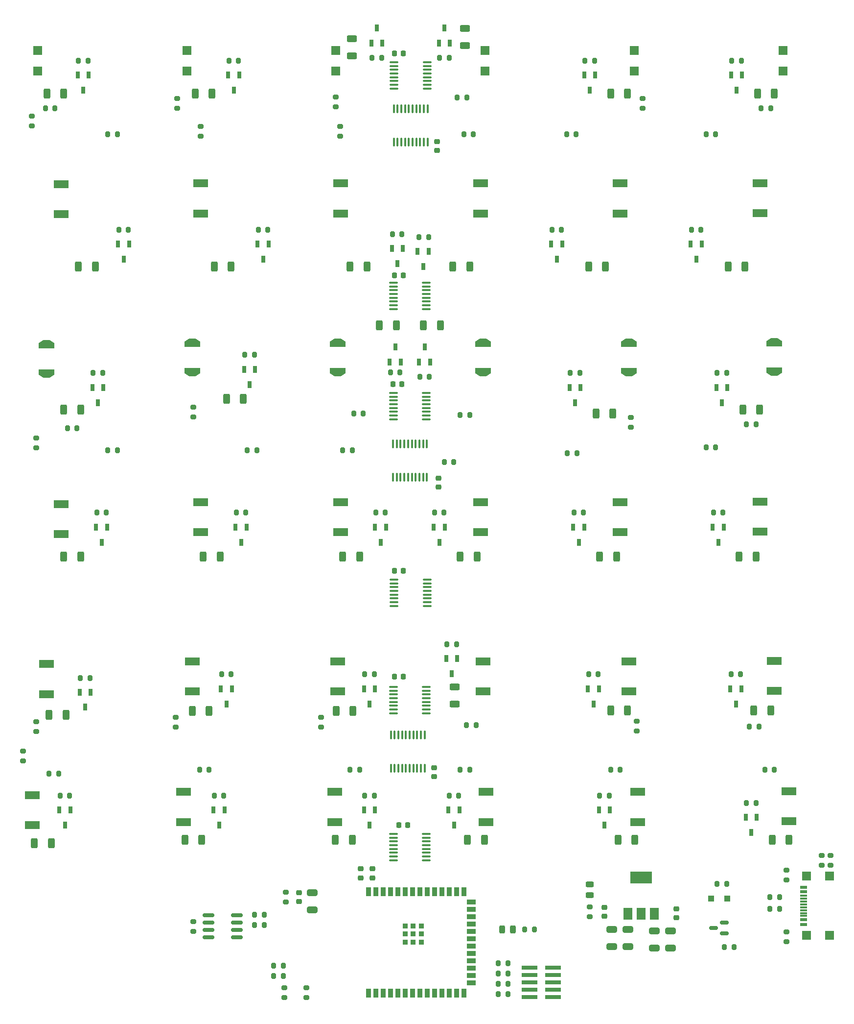
<source format=gbr>
%TF.GenerationSoftware,KiCad,Pcbnew,7.0.7*%
%TF.CreationDate,2024-03-09T11:29:06+01:00*%
%TF.ProjectId,button-board,62757474-6f6e-42d6-926f-6172642e6b69,rev?*%
%TF.SameCoordinates,Original*%
%TF.FileFunction,Paste,Bot*%
%TF.FilePolarity,Positive*%
%FSLAX46Y46*%
G04 Gerber Fmt 4.6, Leading zero omitted, Abs format (unit mm)*
G04 Created by KiCad (PCBNEW 7.0.7) date 2024-03-09 11:29:06*
%MOMM*%
%LPD*%
G01*
G04 APERTURE LIST*
G04 Aperture macros list*
%AMRoundRect*
0 Rectangle with rounded corners*
0 $1 Rounding radius*
0 $2 $3 $4 $5 $6 $7 $8 $9 X,Y pos of 4 corners*
0 Add a 4 corners polygon primitive as box body*
4,1,4,$2,$3,$4,$5,$6,$7,$8,$9,$2,$3,0*
0 Add four circle primitives for the rounded corners*
1,1,$1+$1,$2,$3*
1,1,$1+$1,$4,$5*
1,1,$1+$1,$6,$7*
1,1,$1+$1,$8,$9*
0 Add four rect primitives between the rounded corners*
20,1,$1+$1,$2,$3,$4,$5,0*
20,1,$1+$1,$4,$5,$6,$7,0*
20,1,$1+$1,$6,$7,$8,$9,0*
20,1,$1+$1,$8,$9,$2,$3,0*%
%AMFreePoly0*
4,1,43,0.523063,1.365106,0.538902,1.365106,0.551715,1.355796,0.566779,1.350902,0.576088,1.338088,0.588902,1.328779,0.593796,1.313715,0.603106,1.300902,0.603106,1.285062,0.608000,1.270000,0.608000,-1.270000,0.603106,-1.285062,0.603106,-1.300902,0.593796,-1.313715,0.588902,-1.328779,0.576088,-1.338088,0.566779,-1.350902,0.551715,-1.355796,0.538902,-1.365106,0.523063,-1.365106,
0.508000,-1.370000,-0.254000,-1.370000,-0.270926,-1.364500,-0.288710,-1.363783,-0.299590,-1.355187,-0.312779,-1.350902,-0.323241,-1.336501,-0.337205,-1.325470,-0.845205,-0.563470,-0.853042,-0.535569,-0.862000,-0.508000,-0.862000,0.508000,-0.853042,0.535569,-0.845205,0.563470,-0.337205,1.325470,-0.323241,1.336501,-0.312779,1.350902,-0.299590,1.355187,-0.288710,1.363783,-0.270926,1.364500,
-0.254000,1.370000,0.508000,1.370000,0.523063,1.365106,0.523063,1.365106,$1*%
G04 Aperture macros list end*
%ADD10FreePoly0,90.000000*%
%ADD11FreePoly0,270.000000*%
%ADD12R,1.150000X0.600000*%
%ADD13R,1.150000X0.300000*%
%ADD14R,1.500000X1.500000*%
%ADD15R,0.900000X0.900000*%
%ADD16R,0.900000X1.500000*%
%ADD17R,1.500000X0.900000*%
%ADD18RoundRect,0.100000X-0.100000X0.637500X-0.100000X-0.637500X0.100000X-0.637500X0.100000X0.637500X0*%
%ADD19R,2.790000X0.740000*%
%ADD20R,1.600000X1.500000*%
%ADD21RoundRect,0.229659X1.070341X-0.470341X1.070341X0.470341X-1.070341X0.470341X-1.070341X-0.470341X0*%
%ADD22RoundRect,0.225000X0.250000X-0.225000X0.250000X0.225000X-0.250000X0.225000X-0.250000X-0.225000X0*%
%ADD23RoundRect,0.225000X-0.250000X0.225000X-0.250000X-0.225000X0.250000X-0.225000X0.250000X0.225000X0*%
%ADD24RoundRect,0.225000X-0.225000X-0.250000X0.225000X-0.250000X0.225000X0.250000X-0.225000X0.250000X0*%
%ADD25RoundRect,0.200000X-0.275000X0.200000X-0.275000X-0.200000X0.275000X-0.200000X0.275000X0.200000X0*%
%ADD26R,0.650000X1.220000*%
%ADD27RoundRect,0.200000X0.275000X-0.200000X0.275000X0.200000X-0.275000X0.200000X-0.275000X-0.200000X0*%
%ADD28RoundRect,0.200000X-0.200000X-0.275000X0.200000X-0.275000X0.200000X0.275000X-0.200000X0.275000X0*%
%ADD29RoundRect,0.200000X0.200000X0.275000X-0.200000X0.275000X-0.200000X-0.275000X0.200000X-0.275000X0*%
%ADD30RoundRect,0.100000X0.637500X0.100000X-0.637500X0.100000X-0.637500X-0.100000X0.637500X-0.100000X0*%
%ADD31RoundRect,0.250000X0.312500X0.625000X-0.312500X0.625000X-0.312500X-0.625000X0.312500X-0.625000X0*%
%ADD32RoundRect,0.250000X0.625000X-0.312500X0.625000X0.312500X-0.625000X0.312500X-0.625000X-0.312500X0*%
%ADD33RoundRect,0.250000X-0.312500X-0.625000X0.312500X-0.625000X0.312500X0.625000X-0.312500X0.625000X0*%
%ADD34RoundRect,0.250000X-0.650000X0.325000X-0.650000X-0.325000X0.650000X-0.325000X0.650000X0.325000X0*%
%ADD35R,1.500000X2.000000*%
%ADD36R,3.800000X2.000000*%
%ADD37RoundRect,0.150000X0.825000X0.150000X-0.825000X0.150000X-0.825000X-0.150000X0.825000X-0.150000X0*%
%ADD38RoundRect,0.150000X0.587500X0.150000X-0.587500X0.150000X-0.587500X-0.150000X0.587500X-0.150000X0*%
%ADD39RoundRect,0.243750X-0.243750X-0.456250X0.243750X-0.456250X0.243750X0.456250X-0.243750X0.456250X0*%
%ADD40RoundRect,0.243750X-0.456250X0.243750X-0.456250X-0.243750X0.456250X-0.243750X0.456250X0.243750X0*%
%ADD41RoundRect,0.250000X-0.300000X-0.300000X0.300000X-0.300000X0.300000X0.300000X-0.300000X0.300000X0*%
G04 APERTURE END LIST*
D10*
%TO.C,D22*%
X7861802Y105824643D03*
D11*
X7861802Y110650643D03*
%TD*%
D10*
%TO.C,D27*%
X133796400Y106120000D03*
D11*
X133796400Y110946000D03*
%TD*%
D10*
%TO.C,D26*%
X108609478Y106058883D03*
D11*
X108609478Y110884883D03*
%TD*%
D10*
%TO.C,D25*%
X83422559Y106058883D03*
D11*
X83422559Y110884883D03*
%TD*%
D10*
%TO.C,D24*%
X58235640Y106058883D03*
D11*
X58235640Y110884883D03*
%TD*%
D10*
%TO.C,D23*%
X33048721Y106058883D03*
D11*
X33048721Y110884883D03*
%TD*%
D12*
%TO.C,J2*%
X138814000Y16916000D03*
X138814000Y16116000D03*
D13*
X138814000Y14966000D03*
X138814000Y13966000D03*
X138814000Y13466000D03*
X138814000Y12466000D03*
D12*
X138814000Y11316000D03*
X138814000Y10516000D03*
X138814000Y10516000D03*
X138814000Y11316000D03*
D13*
X138814000Y11966000D03*
X138814000Y12966000D03*
X138814000Y14466000D03*
X138814000Y15466000D03*
D12*
X138814000Y16116000D03*
X138814000Y16916000D03*
D14*
X139389000Y18836000D03*
X143319000Y18836000D03*
X139389000Y8596000D03*
X143319000Y8596000D03*
%TD*%
D15*
%TO.C,U2*%
X72698000Y7466000D03*
X71298000Y7466000D03*
X69898000Y7466000D03*
X72698000Y8866000D03*
X71298000Y8866000D03*
X69898000Y8866000D03*
X69898000Y8866000D03*
X72698000Y10266000D03*
X72698000Y10266000D03*
X71298000Y10266000D03*
X69898000Y10266000D03*
D16*
X63578000Y-1384000D03*
X64848000Y-1384000D03*
X66118000Y-1384000D03*
X67388000Y-1384000D03*
X68658000Y-1384000D03*
X69928000Y-1384000D03*
X71198000Y-1384000D03*
X72468000Y-1384000D03*
X73738000Y-1384000D03*
X75008000Y-1384000D03*
X76278000Y-1384000D03*
X77548000Y-1384000D03*
X78818000Y-1384000D03*
X80088000Y-1384000D03*
D17*
X81338000Y381000D03*
X81338000Y1651000D03*
X81338000Y2921000D03*
X81338000Y4191000D03*
X81338000Y5461000D03*
X81338000Y6731000D03*
X81338000Y8001000D03*
X81338000Y9271000D03*
X81338000Y10541000D03*
X81338000Y11811000D03*
X81338000Y13081000D03*
X81338000Y14351000D03*
D16*
X80088000Y16116000D03*
X78818000Y16116000D03*
X77548000Y16116000D03*
X76278000Y16116000D03*
X75008000Y16116000D03*
X73738000Y16116000D03*
X72468000Y16116000D03*
X71198000Y16116000D03*
X69928000Y16116000D03*
X68658000Y16116000D03*
X67388000Y16116000D03*
X66118000Y16116000D03*
X64848000Y16116000D03*
X63578000Y16116000D03*
%TD*%
D18*
%TO.C,U10*%
X67433000Y43248500D03*
X68083000Y43248500D03*
X68733000Y43248500D03*
X69383000Y43248500D03*
X70033000Y43248500D03*
X70683000Y43248500D03*
X71333000Y43248500D03*
X71983000Y43248500D03*
X72633000Y43248500D03*
X73283000Y43248500D03*
X73283000Y37523500D03*
X72633000Y37523500D03*
X71983000Y37523500D03*
X71333000Y37523500D03*
X70683000Y37523500D03*
X70033000Y37523500D03*
X69383000Y37523500D03*
X68733000Y37523500D03*
X68083000Y37523500D03*
X67433000Y37523500D03*
%TD*%
D19*
%TO.C,J3*%
X91437000Y-2032000D03*
X95507000Y-2032000D03*
X91437000Y-762000D03*
X95507000Y-762000D03*
X91437000Y508000D03*
X95507000Y508000D03*
X91437000Y1778000D03*
X95507000Y1778000D03*
X91437000Y3048000D03*
X95507000Y3048000D03*
%TD*%
D20*
%TO.C,D39*%
X135296400Y157966000D03*
X135296400Y161566000D03*
%TD*%
%TO.C,D38*%
X109509478Y157966000D03*
X109509478Y161566000D03*
%TD*%
%TO.C,D37*%
X83722559Y157966000D03*
X83722559Y161566000D03*
%TD*%
%TO.C,D36*%
X57935640Y157966000D03*
X57935640Y161566000D03*
%TD*%
%TO.C,D35*%
X32148721Y157966000D03*
X32148721Y161566000D03*
%TD*%
%TO.C,D34*%
X6361802Y157966000D03*
X6361802Y161566000D03*
%TD*%
D21*
%TO.C,D15*%
X133796400Y50850245D03*
X133796400Y56050245D03*
%TD*%
%TO.C,D14*%
X108609478Y50749765D03*
X108609478Y55949765D03*
%TD*%
%TO.C,D13*%
X83422559Y50749765D03*
X83422559Y55949765D03*
%TD*%
%TO.C,D12*%
X58235640Y50749765D03*
X58235640Y55949765D03*
%TD*%
%TO.C,D11*%
X33048721Y50749765D03*
X33048721Y55949765D03*
%TD*%
%TO.C,D10*%
X7874000Y50281285D03*
X7874000Y55481285D03*
%TD*%
%TO.C,D33*%
X131296402Y133384562D03*
X131296402Y138584562D03*
%TD*%
%TO.C,D32*%
X107109480Y133359442D03*
X107109480Y138559442D03*
%TD*%
%TO.C,D31*%
X82922560Y133359442D03*
X82922560Y138559442D03*
%TD*%
%TO.C,D30*%
X58735640Y133359442D03*
X58735640Y138559442D03*
%TD*%
%TO.C,D29*%
X34548720Y133359442D03*
X34548720Y138559442D03*
%TD*%
%TO.C,D28*%
X10361800Y133242322D03*
X10361800Y138442322D03*
%TD*%
%TO.C,D21*%
X131296402Y78361684D03*
X131296402Y83561684D03*
%TD*%
%TO.C,D20*%
X107109480Y78286324D03*
X107109480Y83486324D03*
%TD*%
%TO.C,D19*%
X82922560Y78286324D03*
X82922560Y83486324D03*
%TD*%
%TO.C,D18*%
X58735640Y78286324D03*
X58735640Y83486324D03*
%TD*%
%TO.C,D17*%
X34548720Y78286324D03*
X34548720Y83486324D03*
%TD*%
%TO.C,D16*%
X10361800Y77934964D03*
X10361800Y83134964D03*
%TD*%
%TO.C,D4*%
X5361802Y32827600D03*
X5361802Y27627600D03*
%TD*%
%TO.C,D7*%
X83922559Y28213200D03*
X83922559Y33413200D03*
%TD*%
%TO.C,D9*%
X136296400Y28338800D03*
X136296400Y33538800D03*
%TD*%
%TO.C,D8*%
X110109478Y28213200D03*
X110109478Y33413200D03*
%TD*%
%TO.C,D6*%
X57735640Y28213200D03*
X57735640Y33413200D03*
%TD*%
%TO.C,D5*%
X31548721Y33413200D03*
X31548721Y28213200D03*
%TD*%
D22*
%TO.C,C9*%
X64247000Y20092000D03*
X64247000Y18542000D03*
%TD*%
%TO.C,C7*%
X62245000Y18542000D03*
X62245000Y20092000D03*
%TD*%
D23*
%TO.C,C19*%
X75438000Y145809000D03*
X75438000Y144259000D03*
%TD*%
%TO.C,C18*%
X75692000Y87643000D03*
X75692000Y86093000D03*
%TD*%
%TO.C,C17*%
X74930000Y37605000D03*
X74930000Y36055000D03*
%TD*%
D24*
%TO.C,C16*%
X68059000Y161036000D03*
X69609000Y161036000D03*
%TD*%
%TO.C,C15*%
X68059000Y122682000D03*
X69609000Y122682000D03*
%TD*%
%TO.C,C14*%
X67805000Y103886000D03*
X69355000Y103886000D03*
%TD*%
%TO.C,C13*%
X68059000Y71628000D03*
X69609000Y71628000D03*
%TD*%
%TO.C,C12*%
X68059000Y53340000D03*
X69609000Y53340000D03*
%TD*%
%TO.C,C11*%
X68821000Y27686000D03*
X70371000Y27686000D03*
%TD*%
D25*
%TO.C,R1*%
X143510000Y20765000D03*
X143510000Y22415000D03*
%TD*%
%TO.C,R135*%
X33274000Y10985000D03*
X33274000Y9335000D03*
%TD*%
D26*
%TO.C,Q34*%
X65974000Y162774000D03*
X64074000Y162774000D03*
X65024000Y165394000D03*
%TD*%
D27*
%TO.C,R106*%
X109982000Y43942000D03*
X109982000Y45592000D03*
%TD*%
D18*
%TO.C,U12*%
X67941000Y151452500D03*
X68591000Y151452500D03*
X69241000Y151452500D03*
X69891000Y151452500D03*
X70541000Y151452500D03*
X71191000Y151452500D03*
X71841000Y151452500D03*
X72491000Y151452500D03*
X73141000Y151452500D03*
X73791000Y151452500D03*
X73791000Y145727500D03*
X73141000Y145727500D03*
X72491000Y145727500D03*
X71841000Y145727500D03*
X71191000Y145727500D03*
X70541000Y145727500D03*
X69891000Y145727500D03*
X69241000Y145727500D03*
X68591000Y145727500D03*
X67941000Y145727500D03*
%TD*%
D27*
%TO.C,R134*%
X5334000Y148527000D03*
X5334000Y150177000D03*
%TD*%
D28*
%TO.C,R133*%
X131509000Y151511000D03*
X133159000Y151511000D03*
%TD*%
D27*
%TO.C,R132*%
X110998000Y151575000D03*
X110998000Y153225000D03*
%TD*%
D28*
%TO.C,R131*%
X78931000Y153416000D03*
X80581000Y153416000D03*
%TD*%
D27*
%TO.C,R130*%
X57912000Y153479000D03*
X57912000Y151829000D03*
%TD*%
%TO.C,R129*%
X30480000Y151575000D03*
X30480000Y153225000D03*
%TD*%
D29*
%TO.C,R128*%
X9334000Y151511000D03*
X7684000Y151511000D03*
%TD*%
D28*
%TO.C,R127*%
X121984000Y147066000D03*
X123634000Y147066000D03*
%TD*%
%TO.C,R126*%
X97854000Y147066000D03*
X99504000Y147066000D03*
%TD*%
%TO.C,R125*%
X80074000Y147066000D03*
X81724000Y147066000D03*
%TD*%
D25*
%TO.C,R124*%
X58674000Y148399000D03*
X58674000Y146749000D03*
%TD*%
%TO.C,R123*%
X34544000Y148399000D03*
X34544000Y146749000D03*
%TD*%
D29*
%TO.C,R122*%
X20129000Y147066000D03*
X18479000Y147066000D03*
%TD*%
D30*
%TO.C,U9*%
X67876500Y121401000D03*
X67876500Y120751000D03*
X67876500Y120101000D03*
X67876500Y119451000D03*
X67876500Y118801000D03*
X67876500Y118151000D03*
X67876500Y117501000D03*
X67876500Y116851000D03*
X73601500Y116851000D03*
X73601500Y117501000D03*
X73601500Y118151000D03*
X73601500Y118801000D03*
X73601500Y119451000D03*
X73601500Y120101000D03*
X73601500Y120751000D03*
X73601500Y121401000D03*
%TD*%
%TO.C,U7*%
X73728500Y70093000D03*
X73728500Y69443000D03*
X73728500Y68793000D03*
X73728500Y68143000D03*
X73728500Y67493000D03*
X73728500Y66843000D03*
X73728500Y66193000D03*
X73728500Y65543000D03*
X68003500Y65543000D03*
X68003500Y66193000D03*
X68003500Y66843000D03*
X68003500Y67493000D03*
X68003500Y68143000D03*
X68003500Y68793000D03*
X68003500Y69443000D03*
X68003500Y70093000D03*
%TD*%
%TO.C,U8*%
X73728500Y159501000D03*
X73728500Y158851000D03*
X73728500Y158201000D03*
X73728500Y157551000D03*
X73728500Y156901000D03*
X73728500Y156251000D03*
X73728500Y155601000D03*
X73728500Y154951000D03*
X68003500Y154951000D03*
X68003500Y155601000D03*
X68003500Y156251000D03*
X68003500Y156901000D03*
X68003500Y157551000D03*
X68003500Y158201000D03*
X68003500Y158851000D03*
X68003500Y159501000D03*
%TD*%
%TO.C,U6*%
X73601500Y102351000D03*
X73601500Y101701000D03*
X73601500Y101051000D03*
X73601500Y100401000D03*
X73601500Y99751000D03*
X73601500Y99101000D03*
X73601500Y98451000D03*
X73601500Y97801000D03*
X67876500Y97801000D03*
X67876500Y98451000D03*
X67876500Y99101000D03*
X67876500Y99751000D03*
X67876500Y100401000D03*
X67876500Y101051000D03*
X67876500Y101701000D03*
X67876500Y102351000D03*
%TD*%
D18*
%TO.C,U11*%
X67814000Y93540500D03*
X68464000Y93540500D03*
X69114000Y93540500D03*
X69764000Y93540500D03*
X70414000Y93540500D03*
X71064000Y93540500D03*
X71714000Y93540500D03*
X72364000Y93540500D03*
X73014000Y93540500D03*
X73664000Y93540500D03*
X73664000Y87815500D03*
X73014000Y87815500D03*
X72364000Y87815500D03*
X71714000Y87815500D03*
X71064000Y87815500D03*
X70414000Y87815500D03*
X69764000Y87815500D03*
X69114000Y87815500D03*
X68464000Y87815500D03*
X67814000Y87815500D03*
%TD*%
D30*
%TO.C,U4*%
X67876500Y51551000D03*
X67876500Y50901000D03*
X67876500Y50251000D03*
X67876500Y49601000D03*
X67876500Y48951000D03*
X67876500Y48301000D03*
X67876500Y47651000D03*
X67876500Y47001000D03*
X73601500Y47001000D03*
X73601500Y47651000D03*
X73601500Y48301000D03*
X73601500Y48951000D03*
X73601500Y49601000D03*
X73601500Y50251000D03*
X73601500Y50901000D03*
X73601500Y51551000D03*
%TD*%
D31*
%TO.C,R95*%
X133796500Y154051000D03*
X130871500Y154051000D03*
%TD*%
D28*
%TO.C,R94*%
X126429000Y159766000D03*
X128079000Y159766000D03*
%TD*%
D31*
%TO.C,R93*%
X108396500Y154051000D03*
X105471500Y154051000D03*
%TD*%
D28*
%TO.C,R92*%
X101029000Y159766000D03*
X102679000Y159766000D03*
%TD*%
D32*
%TO.C,R91*%
X80264000Y162367500D03*
X80264000Y165292500D03*
%TD*%
D29*
%TO.C,R90*%
X77533000Y160296000D03*
X75883000Y160296000D03*
%TD*%
D32*
%TO.C,R89*%
X60706000Y160589500D03*
X60706000Y163514500D03*
%TD*%
D29*
%TO.C,R88*%
X65849000Y160274000D03*
X64199000Y160274000D03*
%TD*%
D33*
%TO.C,R87*%
X33589500Y154051000D03*
X36514500Y154051000D03*
%TD*%
D28*
%TO.C,R86*%
X39434000Y159766000D03*
X41084000Y159766000D03*
%TD*%
D33*
%TO.C,R85*%
X7935500Y154051000D03*
X10860500Y154051000D03*
%TD*%
D28*
%TO.C,R84*%
X13399000Y159766000D03*
X15049000Y159766000D03*
%TD*%
D31*
%TO.C,R71*%
X131256500Y99441000D03*
X128331500Y99441000D03*
%TD*%
D28*
%TO.C,R70*%
X123889000Y105791000D03*
X125539000Y105791000D03*
%TD*%
D31*
%TO.C,R69*%
X105856500Y98806000D03*
X102931500Y98806000D03*
%TD*%
D28*
%TO.C,R68*%
X98489000Y105791000D03*
X100139000Y105791000D03*
%TD*%
D31*
%TO.C,R67*%
X76011500Y114046000D03*
X73086500Y114046000D03*
%TD*%
D29*
%TO.C,R66*%
X74104000Y105156000D03*
X72454000Y105156000D03*
%TD*%
D33*
%TO.C,R65*%
X65466500Y114046000D03*
X68391500Y114046000D03*
%TD*%
D29*
%TO.C,R64*%
X69024000Y105918000D03*
X67374000Y105918000D03*
%TD*%
D33*
%TO.C,R63*%
X38985000Y101346000D03*
X41910000Y101346000D03*
%TD*%
D28*
%TO.C,R62*%
X42167000Y108926000D03*
X43817000Y108926000D03*
%TD*%
D33*
%TO.C,R61*%
X10856500Y99441000D03*
X13781500Y99441000D03*
%TD*%
D28*
%TO.C,R60*%
X15939000Y105791000D03*
X17589000Y105791000D03*
%TD*%
%TO.C,R46*%
X126301040Y53717953D03*
X127951040Y53717953D03*
%TD*%
%TO.C,R44*%
X101664000Y53721000D03*
X103314000Y53721000D03*
%TD*%
%TO.C,R42*%
X77153000Y58928000D03*
X78803000Y58928000D03*
%TD*%
%TO.C,R40*%
X62929000Y53721000D03*
X64579000Y53721000D03*
%TD*%
D27*
%TO.C,R108*%
X3810000Y40449000D03*
X3810000Y38799000D03*
%TD*%
D28*
%TO.C,R107*%
X129477000Y44704000D03*
X131127000Y44704000D03*
%TD*%
%TO.C,R105*%
X80518000Y44958000D03*
X82168000Y44958000D03*
%TD*%
D27*
%TO.C,R104*%
X55372000Y44641000D03*
X55372000Y46291000D03*
%TD*%
%TO.C,R103*%
X30226000Y44641000D03*
X30226000Y46291000D03*
%TD*%
D28*
%TO.C,R38*%
X38164000Y53721000D03*
X39814000Y53721000D03*
%TD*%
D27*
%TO.C,R102*%
X6096000Y43879000D03*
X6096000Y45529000D03*
%TD*%
D28*
%TO.C,R101*%
X132144000Y37211000D03*
X133794000Y37211000D03*
%TD*%
%TO.C,R100*%
X105474000Y37211000D03*
X107124000Y37211000D03*
%TD*%
%TO.C,R99*%
X79439000Y37211000D03*
X81089000Y37211000D03*
%TD*%
D29*
%TO.C,R98*%
X62039000Y37211000D03*
X60389000Y37211000D03*
%TD*%
%TO.C,R97*%
X36004000Y37211000D03*
X34354000Y37211000D03*
%TD*%
%TO.C,R96*%
X9969000Y36576000D03*
X8319000Y36576000D03*
%TD*%
D28*
%TO.C,R36*%
X13707162Y53086000D03*
X15357162Y53086000D03*
%TD*%
D31*
%TO.C,R47*%
X133161500Y47498000D03*
X130236500Y47498000D03*
%TD*%
%TO.C,R45*%
X108396500Y47498000D03*
X105471500Y47498000D03*
%TD*%
%TO.C,R83*%
X128716500Y124206000D03*
X125791500Y124206000D03*
%TD*%
D28*
%TO.C,R82*%
X119444000Y130556000D03*
X121094000Y130556000D03*
%TD*%
D31*
%TO.C,R81*%
X104586500Y124206000D03*
X101661500Y124206000D03*
%TD*%
D28*
%TO.C,R80*%
X95314000Y130556000D03*
X96964000Y130556000D03*
%TD*%
D31*
%TO.C,R79*%
X81091500Y124206000D03*
X78166500Y124206000D03*
%TD*%
D32*
%TO.C,R43*%
X78486000Y48575500D03*
X78486000Y51500500D03*
%TD*%
D33*
%TO.C,R41*%
X57973500Y47371000D03*
X60898500Y47371000D03*
%TD*%
D28*
%TO.C,R78*%
X72327000Y129286000D03*
X73977000Y129286000D03*
%TD*%
D33*
%TO.C,R77*%
X60386500Y124206000D03*
X63311500Y124206000D03*
%TD*%
D28*
%TO.C,R76*%
X67692000Y129794000D03*
X69342000Y129794000D03*
%TD*%
D33*
%TO.C,R75*%
X36891500Y124206000D03*
X39816500Y124206000D03*
%TD*%
D28*
%TO.C,R74*%
X44514000Y130556000D03*
X46164000Y130556000D03*
%TD*%
D33*
%TO.C,R73*%
X13396500Y124206000D03*
X16321500Y124206000D03*
%TD*%
D28*
%TO.C,R72*%
X20384000Y130556000D03*
X22034000Y130556000D03*
%TD*%
D27*
%TO.C,R121*%
X6096000Y92901000D03*
X6096000Y94551000D03*
%TD*%
D31*
%TO.C,R59*%
X130621500Y74041000D03*
X127696500Y74041000D03*
%TD*%
D28*
%TO.C,R58*%
X123254000Y81661000D03*
X124904000Y81661000D03*
%TD*%
D31*
%TO.C,R57*%
X106491500Y74041000D03*
X103566500Y74041000D03*
%TD*%
D28*
%TO.C,R56*%
X99124000Y81661000D03*
X100774000Y81661000D03*
%TD*%
%TO.C,R120*%
X128969000Y96901000D03*
X130619000Y96901000D03*
%TD*%
D27*
%TO.C,R119*%
X108966000Y96457000D03*
X108966000Y98107000D03*
%TD*%
D31*
%TO.C,R55*%
X82361500Y74041000D03*
X79436500Y74041000D03*
%TD*%
D28*
%TO.C,R118*%
X79439000Y98552000D03*
X81089000Y98552000D03*
%TD*%
D29*
%TO.C,R117*%
X61024000Y98806000D03*
X62674000Y98806000D03*
%TD*%
D27*
%TO.C,R116*%
X33274000Y98235000D03*
X33274000Y99885000D03*
%TD*%
D28*
%TO.C,R54*%
X74994000Y81661000D03*
X76644000Y81661000D03*
%TD*%
D29*
%TO.C,R115*%
X13144000Y96266000D03*
X11494000Y96266000D03*
%TD*%
D28*
%TO.C,R114*%
X123634000Y92964000D03*
X121984000Y92964000D03*
%TD*%
%TO.C,R113*%
X99631000Y91948000D03*
X97981000Y91948000D03*
%TD*%
%TO.C,R112*%
X76685709Y90424000D03*
X78335709Y90424000D03*
%TD*%
D29*
%TO.C,R111*%
X60769000Y92456000D03*
X59119000Y92456000D03*
%TD*%
D33*
%TO.C,R53*%
X59116500Y74041000D03*
X62041500Y74041000D03*
%TD*%
D28*
%TO.C,R52*%
X64834000Y81661000D03*
X66484000Y81661000D03*
%TD*%
D33*
%TO.C,R51*%
X34986500Y74041000D03*
X37911500Y74041000D03*
%TD*%
D28*
%TO.C,R50*%
X40704000Y81661000D03*
X42354000Y81661000D03*
%TD*%
D33*
%TO.C,R49*%
X10856500Y74041000D03*
X13781500Y74041000D03*
%TD*%
D28*
%TO.C,R48*%
X16574000Y81661000D03*
X18224000Y81661000D03*
%TD*%
D29*
%TO.C,R110*%
X44259000Y92456000D03*
X42609000Y92456000D03*
%TD*%
%TO.C,R109*%
X20129000Y92456000D03*
X18479000Y92456000D03*
%TD*%
D33*
%TO.C,R39*%
X33081500Y47371000D03*
X36006500Y47371000D03*
%TD*%
%TO.C,R37*%
X8316500Y46736000D03*
X11241500Y46736000D03*
%TD*%
D26*
%TO.C,Q37*%
X126304000Y157266000D03*
X128204000Y157266000D03*
X127254000Y154646000D03*
%TD*%
%TO.C,Q36*%
X100904000Y157266000D03*
X102804000Y157266000D03*
X101854000Y154646000D03*
%TD*%
%TO.C,Q35*%
X77658000Y162796000D03*
X75758000Y162796000D03*
X76708000Y165416000D03*
%TD*%
%TO.C,Q33*%
X39309000Y157266000D03*
X41209000Y157266000D03*
X40259000Y154646000D03*
%TD*%
%TO.C,Q32*%
X13274000Y157266000D03*
X15174000Y157266000D03*
X14224000Y154646000D03*
%TD*%
%TO.C,Q25*%
X123764000Y103291000D03*
X125664000Y103291000D03*
X124714000Y100671000D03*
%TD*%
%TO.C,Q24*%
X98364000Y103291000D03*
X100264000Y103291000D03*
X99314000Y100671000D03*
%TD*%
%TO.C,Q23*%
X74229000Y107656000D03*
X72329000Y107656000D03*
X73279000Y110276000D03*
%TD*%
%TO.C,Q22*%
X69149000Y107656000D03*
X67249000Y107656000D03*
X68199000Y110276000D03*
%TD*%
%TO.C,Q21*%
X42042000Y106426000D03*
X43942000Y106426000D03*
X42992000Y103806000D03*
%TD*%
%TO.C,Q20*%
X15814000Y103291000D03*
X17714000Y103291000D03*
X16764000Y100671000D03*
%TD*%
%TO.C,Q13*%
X126176040Y51217953D03*
X128076040Y51217953D03*
X127126040Y48597953D03*
%TD*%
%TO.C,Q12*%
X101539000Y51221000D03*
X103439000Y51221000D03*
X102489000Y48601000D03*
%TD*%
%TO.C,Q11*%
X77028000Y56428000D03*
X78928000Y56428000D03*
X77978000Y53808000D03*
%TD*%
%TO.C,Q10*%
X62804000Y51221000D03*
X64704000Y51221000D03*
X63754000Y48601000D03*
%TD*%
%TO.C,Q9*%
X38039000Y51221000D03*
X39939000Y51221000D03*
X38989000Y48601000D03*
%TD*%
%TO.C,Q8*%
X13582162Y50648993D03*
X15482162Y50648993D03*
X14532162Y48028993D03*
%TD*%
%TO.C,Q31*%
X119319000Y128056000D03*
X121219000Y128056000D03*
X120269000Y125436000D03*
%TD*%
%TO.C,Q30*%
X95189000Y128056000D03*
X97089000Y128056000D03*
X96139000Y125436000D03*
%TD*%
%TO.C,Q29*%
X72075000Y126786000D03*
X73975000Y126786000D03*
X73025000Y124166000D03*
%TD*%
%TO.C,Q28*%
X67630000Y127294000D03*
X69530000Y127294000D03*
X68580000Y124674000D03*
%TD*%
%TO.C,Q27*%
X44389000Y128056000D03*
X46289000Y128056000D03*
X45339000Y125436000D03*
%TD*%
%TO.C,Q26*%
X20259000Y128056000D03*
X22159000Y128056000D03*
X21209000Y125436000D03*
%TD*%
%TO.C,Q19*%
X123129000Y79161000D03*
X125029000Y79161000D03*
X124079000Y76541000D03*
%TD*%
%TO.C,Q18*%
X98999000Y79161000D03*
X100899000Y79161000D03*
X99949000Y76541000D03*
%TD*%
%TO.C,Q17*%
X74869000Y79161000D03*
X76769000Y79161000D03*
X75819000Y76541000D03*
%TD*%
%TO.C,Q16*%
X64709000Y79161000D03*
X66609000Y79161000D03*
X65659000Y76541000D03*
%TD*%
%TO.C,Q15*%
X40579000Y79161000D03*
X42479000Y79161000D03*
X41529000Y76541000D03*
%TD*%
%TO.C,Q14*%
X16449000Y79161000D03*
X18349000Y79161000D03*
X17399000Y76541000D03*
%TD*%
D29*
%TO.C,R16*%
X48831000Y1556000D03*
X47181000Y1556000D03*
%TD*%
D22*
%TO.C,C5*%
X104394000Y11925000D03*
X104394000Y13475000D03*
%TD*%
D34*
%TO.C,C10*%
X53848000Y13003000D03*
X53848000Y15953000D03*
%TD*%
D28*
%TO.C,R4*%
X86043000Y2032000D03*
X87693000Y2032000D03*
%TD*%
D29*
%TO.C,R12*%
X123889000Y17526000D03*
X125539000Y17526000D03*
%TD*%
D35*
%TO.C,U1*%
X113044000Y12344000D03*
X110744000Y12344000D03*
X108444000Y12344000D03*
D36*
X110744000Y18644000D03*
%TD*%
D23*
%TO.C,C8*%
X51562000Y16015000D03*
X51562000Y14465000D03*
%TD*%
D28*
%TO.C,R18*%
X133033000Y13208000D03*
X134683000Y13208000D03*
%TD*%
%TO.C,R3*%
X86043000Y3810000D03*
X87693000Y3810000D03*
%TD*%
D29*
%TO.C,R20*%
X45529000Y12192000D03*
X43879000Y12192000D03*
%TD*%
D37*
%TO.C,U3*%
X40829000Y12065000D03*
X40829000Y10795000D03*
X40829000Y9525000D03*
X40829000Y8255000D03*
X35879000Y8255000D03*
X35879000Y9525000D03*
X35879000Y10795000D03*
X35879000Y12065000D03*
%TD*%
D28*
%TO.C,R5*%
X86043000Y254000D03*
X87693000Y254000D03*
%TD*%
D29*
%TO.C,R15*%
X92265000Y9652000D03*
X90615000Y9652000D03*
%TD*%
D28*
%TO.C,R19*%
X133033000Y15240000D03*
X134683000Y15240000D03*
%TD*%
D34*
%TO.C,C4*%
X108458000Y9603000D03*
X108458000Y6653000D03*
%TD*%
D38*
%TO.C,Q1*%
X125143500Y10856000D03*
X125143500Y8956000D03*
X123268500Y9906000D03*
%TD*%
D25*
%TO.C,R7*%
X135890000Y9207000D03*
X135890000Y7557000D03*
%TD*%
D29*
%TO.C,R17*%
X48831000Y3334000D03*
X47181000Y3334000D03*
%TD*%
D27*
%TO.C,R14*%
X49276000Y14415000D03*
X49276000Y16065000D03*
%TD*%
D29*
%TO.C,R11*%
X126809000Y6604000D03*
X125159000Y6604000D03*
%TD*%
D22*
%TO.C,C2*%
X116840000Y11671000D03*
X116840000Y13221000D03*
%TD*%
D39*
%TO.C,D3*%
X86692500Y9652000D03*
X88567500Y9652000D03*
%TD*%
D25*
%TO.C,R2*%
X141986000Y20765000D03*
X141986000Y22415000D03*
%TD*%
%TO.C,R22*%
X52832000Y-445000D03*
X52832000Y-2095000D03*
%TD*%
D34*
%TO.C,C3*%
X113030000Y9349000D03*
X113030000Y6399000D03*
%TD*%
D25*
%TO.C,R23*%
X49022000Y-445000D03*
X49022000Y-2095000D03*
%TD*%
D29*
%TO.C,R21*%
X45529000Y10414000D03*
X43879000Y10414000D03*
%TD*%
D34*
%TO.C,C1*%
X115824000Y9349000D03*
X115824000Y6399000D03*
%TD*%
D27*
%TO.C,R13*%
X101854000Y11875000D03*
X101854000Y13525000D03*
%TD*%
D34*
%TO.C,C6*%
X105664000Y9603000D03*
X105664000Y6653000D03*
%TD*%
D40*
%TO.C,D2*%
X101854000Y17447500D03*
X101854000Y15572500D03*
%TD*%
D28*
%TO.C,R6*%
X86043000Y-1524000D03*
X87693000Y-1524000D03*
%TD*%
D41*
%TO.C,D1*%
X122806000Y14986000D03*
X125606000Y14986000D03*
%TD*%
D27*
%TO.C,R8*%
X135890000Y18225000D03*
X135890000Y19875000D03*
%TD*%
D33*
%TO.C,R25*%
X5776500Y24511000D03*
X8701500Y24511000D03*
%TD*%
D31*
%TO.C,R35*%
X136336500Y25146000D03*
X133411500Y25146000D03*
%TD*%
D28*
%TO.C,R30*%
X77534000Y32766000D03*
X79184000Y32766000D03*
%TD*%
D26*
%TO.C,Q2*%
X10099000Y30266000D03*
X11999000Y30266000D03*
X11049000Y27646000D03*
%TD*%
D28*
%TO.C,R32*%
X103569000Y32766000D03*
X105219000Y32766000D03*
%TD*%
D31*
%TO.C,R31*%
X83631500Y25146000D03*
X80706500Y25146000D03*
%TD*%
D26*
%TO.C,Q7*%
X128844000Y28996000D03*
X130744000Y28996000D03*
X129794000Y26376000D03*
%TD*%
D28*
%TO.C,R28*%
X62929000Y32766000D03*
X64579000Y32766000D03*
%TD*%
D26*
%TO.C,Q4*%
X62804000Y30266000D03*
X64704000Y30266000D03*
X63754000Y27646000D03*
%TD*%
D33*
%TO.C,R27*%
X31811500Y25146000D03*
X34736500Y25146000D03*
%TD*%
D26*
%TO.C,Q6*%
X103444000Y30266000D03*
X105344000Y30266000D03*
X104394000Y27646000D03*
%TD*%
D30*
%TO.C,U5*%
X67876500Y26151000D03*
X67876500Y25501000D03*
X67876500Y24851000D03*
X67876500Y24201000D03*
X67876500Y23551000D03*
X67876500Y22901000D03*
X67876500Y22251000D03*
X67876500Y21601000D03*
X73601500Y21601000D03*
X73601500Y22251000D03*
X73601500Y22901000D03*
X73601500Y23551000D03*
X73601500Y24201000D03*
X73601500Y24851000D03*
X73601500Y25501000D03*
X73601500Y26151000D03*
%TD*%
D28*
%TO.C,R24*%
X10224000Y32766000D03*
X11874000Y32766000D03*
%TD*%
%TO.C,R26*%
X36894000Y32766000D03*
X38544000Y32766000D03*
%TD*%
D26*
%TO.C,Q3*%
X36769000Y30266000D03*
X38669000Y30266000D03*
X37719000Y27646000D03*
%TD*%
D31*
%TO.C,R33*%
X109666500Y25146000D03*
X106741500Y25146000D03*
%TD*%
D26*
%TO.C,Q5*%
X77409000Y30266000D03*
X79309000Y30266000D03*
X78359000Y27646000D03*
%TD*%
D33*
%TO.C,R29*%
X57846500Y25146000D03*
X60771500Y25146000D03*
%TD*%
D28*
%TO.C,R34*%
X128969000Y31496000D03*
X130619000Y31496000D03*
%TD*%
M02*

</source>
